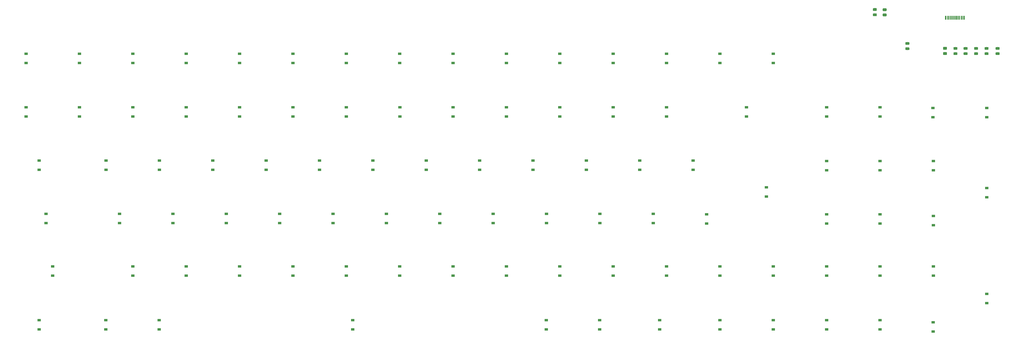
<source format=gbr>
G04 #@! TF.GenerationSoftware,KiCad,Pcbnew,(5.1.4)-1*
G04 #@! TF.CreationDate,2023-02-02T16:14:58+01:00*
G04 #@! TF.ProjectId,pcb,7063622e-6b69-4636-9164-5f7063625858,1.0*
G04 #@! TF.SameCoordinates,Original*
G04 #@! TF.FileFunction,Paste,Bot*
G04 #@! TF.FilePolarity,Positive*
%FSLAX46Y46*%
G04 Gerber Fmt 4.6, Leading zero omitted, Abs format (unit mm)*
G04 Created by KiCad (PCBNEW (5.1.4)-1) date 2023-02-02 16:14:58*
%MOMM*%
%LPD*%
G04 APERTURE LIST*
%ADD10R,1.200000X0.900000*%
%ADD11C,0.100000*%
%ADD12C,0.975000*%
%ADD13R,0.300000X1.450000*%
%ADD14R,0.600000X1.450000*%
G04 APERTURE END LIST*
D10*
X168338000Y-180212000D03*
X168338000Y-176912000D03*
X206438000Y-180212000D03*
X206438000Y-176912000D03*
X282638000Y-180212000D03*
X282638000Y-176912000D03*
X225488000Y-180212000D03*
X225488000Y-176912000D03*
X244538000Y-180212000D03*
X244538000Y-176912000D03*
X73088500Y-180212000D03*
X73088500Y-176912000D03*
X263588000Y-180212000D03*
X263588000Y-176912000D03*
X368236000Y-161416000D03*
X368236000Y-158116000D03*
X330264000Y-180339000D03*
X330264000Y-177039000D03*
X49212500Y-180212000D03*
X49212500Y-176912000D03*
X308800000Y-189737000D03*
X308800000Y-186437000D03*
X111188000Y-180212000D03*
X111188000Y-176912000D03*
X187388000Y-180212000D03*
X187388000Y-176912000D03*
X149288000Y-180212000D03*
X149288000Y-176912000D03*
X387414000Y-161416000D03*
X387414000Y-158116000D03*
X92138500Y-180212000D03*
X92138500Y-176912000D03*
X130238000Y-180212000D03*
X130238000Y-176912000D03*
X368300000Y-234760000D03*
X368300000Y-238060000D03*
X116014000Y-199262000D03*
X116014000Y-195962000D03*
X268414000Y-199262000D03*
X268414000Y-195962000D03*
X330264000Y-199389000D03*
X330264000Y-196089000D03*
X211264000Y-199262000D03*
X211264000Y-195962000D03*
X287464000Y-199389000D03*
X287464000Y-196089000D03*
X154114000Y-199262000D03*
X154114000Y-195962000D03*
X192214000Y-199262000D03*
X192214000Y-195962000D03*
X230314000Y-199262000D03*
X230314000Y-195962000D03*
X368364000Y-200024000D03*
X368364000Y-196724000D03*
X349314000Y-199389000D03*
X349314000Y-196089000D03*
X54038500Y-218058000D03*
X54038500Y-214758000D03*
X368364000Y-180339000D03*
X368364000Y-177039000D03*
X135064000Y-199262000D03*
X135064000Y-195962000D03*
X173164000Y-199262000D03*
X173164000Y-195962000D03*
X349314000Y-180339000D03*
X349314000Y-177039000D03*
X249364000Y-199262000D03*
X249364000Y-195962000D03*
X387414000Y-189991000D03*
X387414000Y-186691000D03*
X51625500Y-199262000D03*
X51625500Y-195962000D03*
X77914500Y-199262000D03*
X77914500Y-195962000D03*
X96964500Y-199262000D03*
X96964500Y-195962000D03*
D11*
G36*
X391767142Y-138183174D02*
G01*
X391790803Y-138186684D01*
X391814007Y-138192496D01*
X391836529Y-138200554D01*
X391858153Y-138210782D01*
X391878670Y-138223079D01*
X391897883Y-138237329D01*
X391915607Y-138253393D01*
X391931671Y-138271117D01*
X391945921Y-138290330D01*
X391958218Y-138310847D01*
X391968446Y-138332471D01*
X391976504Y-138354993D01*
X391982316Y-138378197D01*
X391985826Y-138401858D01*
X391987000Y-138425750D01*
X391987000Y-138913250D01*
X391985826Y-138937142D01*
X391982316Y-138960803D01*
X391976504Y-138984007D01*
X391968446Y-139006529D01*
X391958218Y-139028153D01*
X391945921Y-139048670D01*
X391931671Y-139067883D01*
X391915607Y-139085607D01*
X391897883Y-139101671D01*
X391878670Y-139115921D01*
X391858153Y-139128218D01*
X391836529Y-139138446D01*
X391814007Y-139146504D01*
X391790803Y-139152316D01*
X391767142Y-139155826D01*
X391743250Y-139157000D01*
X390830750Y-139157000D01*
X390806858Y-139155826D01*
X390783197Y-139152316D01*
X390759993Y-139146504D01*
X390737471Y-139138446D01*
X390715847Y-139128218D01*
X390695330Y-139115921D01*
X390676117Y-139101671D01*
X390658393Y-139085607D01*
X390642329Y-139067883D01*
X390628079Y-139048670D01*
X390615782Y-139028153D01*
X390605554Y-139006529D01*
X390597496Y-138984007D01*
X390591684Y-138960803D01*
X390588174Y-138937142D01*
X390587000Y-138913250D01*
X390587000Y-138425750D01*
X390588174Y-138401858D01*
X390591684Y-138378197D01*
X390597496Y-138354993D01*
X390605554Y-138332471D01*
X390615782Y-138310847D01*
X390628079Y-138290330D01*
X390642329Y-138271117D01*
X390658393Y-138253393D01*
X390676117Y-138237329D01*
X390695330Y-138223079D01*
X390715847Y-138210782D01*
X390737471Y-138200554D01*
X390759993Y-138192496D01*
X390783197Y-138186684D01*
X390806858Y-138183174D01*
X390830750Y-138182000D01*
X391743250Y-138182000D01*
X391767142Y-138183174D01*
X391767142Y-138183174D01*
G37*
D12*
X391287000Y-138669500D03*
D11*
G36*
X391767142Y-136308174D02*
G01*
X391790803Y-136311684D01*
X391814007Y-136317496D01*
X391836529Y-136325554D01*
X391858153Y-136335782D01*
X391878670Y-136348079D01*
X391897883Y-136362329D01*
X391915607Y-136378393D01*
X391931671Y-136396117D01*
X391945921Y-136415330D01*
X391958218Y-136435847D01*
X391968446Y-136457471D01*
X391976504Y-136479993D01*
X391982316Y-136503197D01*
X391985826Y-136526858D01*
X391987000Y-136550750D01*
X391987000Y-137038250D01*
X391985826Y-137062142D01*
X391982316Y-137085803D01*
X391976504Y-137109007D01*
X391968446Y-137131529D01*
X391958218Y-137153153D01*
X391945921Y-137173670D01*
X391931671Y-137192883D01*
X391915607Y-137210607D01*
X391897883Y-137226671D01*
X391878670Y-137240921D01*
X391858153Y-137253218D01*
X391836529Y-137263446D01*
X391814007Y-137271504D01*
X391790803Y-137277316D01*
X391767142Y-137280826D01*
X391743250Y-137282000D01*
X390830750Y-137282000D01*
X390806858Y-137280826D01*
X390783197Y-137277316D01*
X390759993Y-137271504D01*
X390737471Y-137263446D01*
X390715847Y-137253218D01*
X390695330Y-137240921D01*
X390676117Y-137226671D01*
X390658393Y-137210607D01*
X390642329Y-137192883D01*
X390628079Y-137173670D01*
X390615782Y-137153153D01*
X390605554Y-137131529D01*
X390597496Y-137109007D01*
X390591684Y-137085803D01*
X390588174Y-137062142D01*
X390587000Y-137038250D01*
X390587000Y-136550750D01*
X390588174Y-136526858D01*
X390591684Y-136503197D01*
X390597496Y-136479993D01*
X390605554Y-136457471D01*
X390615782Y-136435847D01*
X390628079Y-136415330D01*
X390642329Y-136396117D01*
X390658393Y-136378393D01*
X390676117Y-136362329D01*
X390695330Y-136348079D01*
X390715847Y-136335782D01*
X390737471Y-136325554D01*
X390759993Y-136317496D01*
X390783197Y-136311684D01*
X390806858Y-136308174D01*
X390830750Y-136307000D01*
X391743250Y-136307000D01*
X391767142Y-136308174D01*
X391767142Y-136308174D01*
G37*
D12*
X391287000Y-136794500D03*
D11*
G36*
X347952142Y-124291174D02*
G01*
X347975803Y-124294684D01*
X347999007Y-124300496D01*
X348021529Y-124308554D01*
X348043153Y-124318782D01*
X348063670Y-124331079D01*
X348082883Y-124345329D01*
X348100607Y-124361393D01*
X348116671Y-124379117D01*
X348130921Y-124398330D01*
X348143218Y-124418847D01*
X348153446Y-124440471D01*
X348161504Y-124462993D01*
X348167316Y-124486197D01*
X348170826Y-124509858D01*
X348172000Y-124533750D01*
X348172000Y-125021250D01*
X348170826Y-125045142D01*
X348167316Y-125068803D01*
X348161504Y-125092007D01*
X348153446Y-125114529D01*
X348143218Y-125136153D01*
X348130921Y-125156670D01*
X348116671Y-125175883D01*
X348100607Y-125193607D01*
X348082883Y-125209671D01*
X348063670Y-125223921D01*
X348043153Y-125236218D01*
X348021529Y-125246446D01*
X347999007Y-125254504D01*
X347975803Y-125260316D01*
X347952142Y-125263826D01*
X347928250Y-125265000D01*
X347015750Y-125265000D01*
X346991858Y-125263826D01*
X346968197Y-125260316D01*
X346944993Y-125254504D01*
X346922471Y-125246446D01*
X346900847Y-125236218D01*
X346880330Y-125223921D01*
X346861117Y-125209671D01*
X346843393Y-125193607D01*
X346827329Y-125175883D01*
X346813079Y-125156670D01*
X346800782Y-125136153D01*
X346790554Y-125114529D01*
X346782496Y-125092007D01*
X346776684Y-125068803D01*
X346773174Y-125045142D01*
X346772000Y-125021250D01*
X346772000Y-124533750D01*
X346773174Y-124509858D01*
X346776684Y-124486197D01*
X346782496Y-124462993D01*
X346790554Y-124440471D01*
X346800782Y-124418847D01*
X346813079Y-124398330D01*
X346827329Y-124379117D01*
X346843393Y-124361393D01*
X346861117Y-124345329D01*
X346880330Y-124331079D01*
X346900847Y-124318782D01*
X346922471Y-124308554D01*
X346944993Y-124300496D01*
X346968197Y-124294684D01*
X346991858Y-124291174D01*
X347015750Y-124290000D01*
X347928250Y-124290000D01*
X347952142Y-124291174D01*
X347952142Y-124291174D01*
G37*
D12*
X347472000Y-124777500D03*
D11*
G36*
X347952142Y-122416174D02*
G01*
X347975803Y-122419684D01*
X347999007Y-122425496D01*
X348021529Y-122433554D01*
X348043153Y-122443782D01*
X348063670Y-122456079D01*
X348082883Y-122470329D01*
X348100607Y-122486393D01*
X348116671Y-122504117D01*
X348130921Y-122523330D01*
X348143218Y-122543847D01*
X348153446Y-122565471D01*
X348161504Y-122587993D01*
X348167316Y-122611197D01*
X348170826Y-122634858D01*
X348172000Y-122658750D01*
X348172000Y-123146250D01*
X348170826Y-123170142D01*
X348167316Y-123193803D01*
X348161504Y-123217007D01*
X348153446Y-123239529D01*
X348143218Y-123261153D01*
X348130921Y-123281670D01*
X348116671Y-123300883D01*
X348100607Y-123318607D01*
X348082883Y-123334671D01*
X348063670Y-123348921D01*
X348043153Y-123361218D01*
X348021529Y-123371446D01*
X347999007Y-123379504D01*
X347975803Y-123385316D01*
X347952142Y-123388826D01*
X347928250Y-123390000D01*
X347015750Y-123390000D01*
X346991858Y-123388826D01*
X346968197Y-123385316D01*
X346944993Y-123379504D01*
X346922471Y-123371446D01*
X346900847Y-123361218D01*
X346880330Y-123348921D01*
X346861117Y-123334671D01*
X346843393Y-123318607D01*
X346827329Y-123300883D01*
X346813079Y-123281670D01*
X346800782Y-123261153D01*
X346790554Y-123239529D01*
X346782496Y-123217007D01*
X346776684Y-123193803D01*
X346773174Y-123170142D01*
X346772000Y-123146250D01*
X346772000Y-122658750D01*
X346773174Y-122634858D01*
X346776684Y-122611197D01*
X346782496Y-122587993D01*
X346790554Y-122565471D01*
X346800782Y-122543847D01*
X346813079Y-122523330D01*
X346827329Y-122504117D01*
X346843393Y-122486393D01*
X346861117Y-122470329D01*
X346880330Y-122456079D01*
X346900847Y-122443782D01*
X346922471Y-122433554D01*
X346944993Y-122425496D01*
X346968197Y-122419684D01*
X346991858Y-122416174D01*
X347015750Y-122415000D01*
X347928250Y-122415000D01*
X347952142Y-122416174D01*
X347952142Y-122416174D01*
G37*
D12*
X347472000Y-122902500D03*
D10*
X139764000Y-141985000D03*
X139764000Y-138685000D03*
X235014000Y-141985000D03*
X235014000Y-138685000D03*
X196914000Y-141985000D03*
X196914000Y-138685000D03*
D11*
G36*
X359572142Y-136419174D02*
G01*
X359595803Y-136422684D01*
X359619007Y-136428496D01*
X359641529Y-136436554D01*
X359663153Y-136446782D01*
X359683670Y-136459079D01*
X359702883Y-136473329D01*
X359720607Y-136489393D01*
X359736671Y-136507117D01*
X359750921Y-136526330D01*
X359763218Y-136546847D01*
X359773446Y-136568471D01*
X359781504Y-136590993D01*
X359787316Y-136614197D01*
X359790826Y-136637858D01*
X359792000Y-136661750D01*
X359792000Y-137149250D01*
X359790826Y-137173142D01*
X359787316Y-137196803D01*
X359781504Y-137220007D01*
X359773446Y-137242529D01*
X359763218Y-137264153D01*
X359750921Y-137284670D01*
X359736671Y-137303883D01*
X359720607Y-137321607D01*
X359702883Y-137337671D01*
X359683670Y-137351921D01*
X359663153Y-137364218D01*
X359641529Y-137374446D01*
X359619007Y-137382504D01*
X359595803Y-137388316D01*
X359572142Y-137391826D01*
X359548250Y-137393000D01*
X358635750Y-137393000D01*
X358611858Y-137391826D01*
X358588197Y-137388316D01*
X358564993Y-137382504D01*
X358542471Y-137374446D01*
X358520847Y-137364218D01*
X358500330Y-137351921D01*
X358481117Y-137337671D01*
X358463393Y-137321607D01*
X358447329Y-137303883D01*
X358433079Y-137284670D01*
X358420782Y-137264153D01*
X358410554Y-137242529D01*
X358402496Y-137220007D01*
X358396684Y-137196803D01*
X358393174Y-137173142D01*
X358392000Y-137149250D01*
X358392000Y-136661750D01*
X358393174Y-136637858D01*
X358396684Y-136614197D01*
X358402496Y-136590993D01*
X358410554Y-136568471D01*
X358420782Y-136546847D01*
X358433079Y-136526330D01*
X358447329Y-136507117D01*
X358463393Y-136489393D01*
X358481117Y-136473329D01*
X358500330Y-136459079D01*
X358520847Y-136446782D01*
X358542471Y-136436554D01*
X358564993Y-136428496D01*
X358588197Y-136422684D01*
X358611858Y-136419174D01*
X358635750Y-136418000D01*
X359548250Y-136418000D01*
X359572142Y-136419174D01*
X359572142Y-136419174D01*
G37*
D12*
X359092000Y-136905500D03*
D11*
G36*
X359572142Y-134544174D02*
G01*
X359595803Y-134547684D01*
X359619007Y-134553496D01*
X359641529Y-134561554D01*
X359663153Y-134571782D01*
X359683670Y-134584079D01*
X359702883Y-134598329D01*
X359720607Y-134614393D01*
X359736671Y-134632117D01*
X359750921Y-134651330D01*
X359763218Y-134671847D01*
X359773446Y-134693471D01*
X359781504Y-134715993D01*
X359787316Y-134739197D01*
X359790826Y-134762858D01*
X359792000Y-134786750D01*
X359792000Y-135274250D01*
X359790826Y-135298142D01*
X359787316Y-135321803D01*
X359781504Y-135345007D01*
X359773446Y-135367529D01*
X359763218Y-135389153D01*
X359750921Y-135409670D01*
X359736671Y-135428883D01*
X359720607Y-135446607D01*
X359702883Y-135462671D01*
X359683670Y-135476921D01*
X359663153Y-135489218D01*
X359641529Y-135499446D01*
X359619007Y-135507504D01*
X359595803Y-135513316D01*
X359572142Y-135516826D01*
X359548250Y-135518000D01*
X358635750Y-135518000D01*
X358611858Y-135516826D01*
X358588197Y-135513316D01*
X358564993Y-135507504D01*
X358542471Y-135499446D01*
X358520847Y-135489218D01*
X358500330Y-135476921D01*
X358481117Y-135462671D01*
X358463393Y-135446607D01*
X358447329Y-135428883D01*
X358433079Y-135409670D01*
X358420782Y-135389153D01*
X358410554Y-135367529D01*
X358402496Y-135345007D01*
X358396684Y-135321803D01*
X358393174Y-135298142D01*
X358392000Y-135274250D01*
X358392000Y-134786750D01*
X358393174Y-134762858D01*
X358396684Y-134739197D01*
X358402496Y-134715993D01*
X358410554Y-134693471D01*
X358420782Y-134671847D01*
X358433079Y-134651330D01*
X358447329Y-134632117D01*
X358463393Y-134614393D01*
X358481117Y-134598329D01*
X358500330Y-134584079D01*
X358520847Y-134571782D01*
X358542471Y-134561554D01*
X358564993Y-134553496D01*
X358588197Y-134547684D01*
X358611858Y-134544174D01*
X358635750Y-134543000D01*
X359548250Y-134543000D01*
X359572142Y-134544174D01*
X359572142Y-134544174D01*
G37*
D12*
X359092000Y-135030500D03*
D10*
X82613500Y-141985000D03*
X82613500Y-138685000D03*
X120714000Y-141985000D03*
X120714000Y-138685000D03*
X63563500Y-141986000D03*
X63563500Y-138686000D03*
D11*
G36*
X380337142Y-138183174D02*
G01*
X380360803Y-138186684D01*
X380384007Y-138192496D01*
X380406529Y-138200554D01*
X380428153Y-138210782D01*
X380448670Y-138223079D01*
X380467883Y-138237329D01*
X380485607Y-138253393D01*
X380501671Y-138271117D01*
X380515921Y-138290330D01*
X380528218Y-138310847D01*
X380538446Y-138332471D01*
X380546504Y-138354993D01*
X380552316Y-138378197D01*
X380555826Y-138401858D01*
X380557000Y-138425750D01*
X380557000Y-138913250D01*
X380555826Y-138937142D01*
X380552316Y-138960803D01*
X380546504Y-138984007D01*
X380538446Y-139006529D01*
X380528218Y-139028153D01*
X380515921Y-139048670D01*
X380501671Y-139067883D01*
X380485607Y-139085607D01*
X380467883Y-139101671D01*
X380448670Y-139115921D01*
X380428153Y-139128218D01*
X380406529Y-139138446D01*
X380384007Y-139146504D01*
X380360803Y-139152316D01*
X380337142Y-139155826D01*
X380313250Y-139157000D01*
X379400750Y-139157000D01*
X379376858Y-139155826D01*
X379353197Y-139152316D01*
X379329993Y-139146504D01*
X379307471Y-139138446D01*
X379285847Y-139128218D01*
X379265330Y-139115921D01*
X379246117Y-139101671D01*
X379228393Y-139085607D01*
X379212329Y-139067883D01*
X379198079Y-139048670D01*
X379185782Y-139028153D01*
X379175554Y-139006529D01*
X379167496Y-138984007D01*
X379161684Y-138960803D01*
X379158174Y-138937142D01*
X379157000Y-138913250D01*
X379157000Y-138425750D01*
X379158174Y-138401858D01*
X379161684Y-138378197D01*
X379167496Y-138354993D01*
X379175554Y-138332471D01*
X379185782Y-138310847D01*
X379198079Y-138290330D01*
X379212329Y-138271117D01*
X379228393Y-138253393D01*
X379246117Y-138237329D01*
X379265330Y-138223079D01*
X379285847Y-138210782D01*
X379307471Y-138200554D01*
X379329993Y-138192496D01*
X379353197Y-138186684D01*
X379376858Y-138183174D01*
X379400750Y-138182000D01*
X380313250Y-138182000D01*
X380337142Y-138183174D01*
X380337142Y-138183174D01*
G37*
D12*
X379857000Y-138669500D03*
D11*
G36*
X380337142Y-136308174D02*
G01*
X380360803Y-136311684D01*
X380384007Y-136317496D01*
X380406529Y-136325554D01*
X380428153Y-136335782D01*
X380448670Y-136348079D01*
X380467883Y-136362329D01*
X380485607Y-136378393D01*
X380501671Y-136396117D01*
X380515921Y-136415330D01*
X380528218Y-136435847D01*
X380538446Y-136457471D01*
X380546504Y-136479993D01*
X380552316Y-136503197D01*
X380555826Y-136526858D01*
X380557000Y-136550750D01*
X380557000Y-137038250D01*
X380555826Y-137062142D01*
X380552316Y-137085803D01*
X380546504Y-137109007D01*
X380538446Y-137131529D01*
X380528218Y-137153153D01*
X380515921Y-137173670D01*
X380501671Y-137192883D01*
X380485607Y-137210607D01*
X380467883Y-137226671D01*
X380448670Y-137240921D01*
X380428153Y-137253218D01*
X380406529Y-137263446D01*
X380384007Y-137271504D01*
X380360803Y-137277316D01*
X380337142Y-137280826D01*
X380313250Y-137282000D01*
X379400750Y-137282000D01*
X379376858Y-137280826D01*
X379353197Y-137277316D01*
X379329993Y-137271504D01*
X379307471Y-137263446D01*
X379285847Y-137253218D01*
X379265330Y-137240921D01*
X379246117Y-137226671D01*
X379228393Y-137210607D01*
X379212329Y-137192883D01*
X379198079Y-137173670D01*
X379185782Y-137153153D01*
X379175554Y-137131529D01*
X379167496Y-137109007D01*
X379161684Y-137085803D01*
X379158174Y-137062142D01*
X379157000Y-137038250D01*
X379157000Y-136550750D01*
X379158174Y-136526858D01*
X379161684Y-136503197D01*
X379167496Y-136479993D01*
X379175554Y-136457471D01*
X379185782Y-136435847D01*
X379198079Y-136415330D01*
X379212329Y-136396117D01*
X379228393Y-136378393D01*
X379246117Y-136362329D01*
X379265330Y-136348079D01*
X379285847Y-136335782D01*
X379307471Y-136325554D01*
X379329993Y-136317496D01*
X379353197Y-136311684D01*
X379376858Y-136308174D01*
X379400750Y-136307000D01*
X380313250Y-136307000D01*
X380337142Y-136308174D01*
X380337142Y-136308174D01*
G37*
D12*
X379857000Y-136794500D03*
D10*
X158814000Y-141985000D03*
X158814000Y-138685000D03*
X292164000Y-141985000D03*
X292164000Y-138685000D03*
D11*
G36*
X351444142Y-124339174D02*
G01*
X351467803Y-124342684D01*
X351491007Y-124348496D01*
X351513529Y-124356554D01*
X351535153Y-124366782D01*
X351555670Y-124379079D01*
X351574883Y-124393329D01*
X351592607Y-124409393D01*
X351608671Y-124427117D01*
X351622921Y-124446330D01*
X351635218Y-124466847D01*
X351645446Y-124488471D01*
X351653504Y-124510993D01*
X351659316Y-124534197D01*
X351662826Y-124557858D01*
X351664000Y-124581750D01*
X351664000Y-125069250D01*
X351662826Y-125093142D01*
X351659316Y-125116803D01*
X351653504Y-125140007D01*
X351645446Y-125162529D01*
X351635218Y-125184153D01*
X351622921Y-125204670D01*
X351608671Y-125223883D01*
X351592607Y-125241607D01*
X351574883Y-125257671D01*
X351555670Y-125271921D01*
X351535153Y-125284218D01*
X351513529Y-125294446D01*
X351491007Y-125302504D01*
X351467803Y-125308316D01*
X351444142Y-125311826D01*
X351420250Y-125313000D01*
X350507750Y-125313000D01*
X350483858Y-125311826D01*
X350460197Y-125308316D01*
X350436993Y-125302504D01*
X350414471Y-125294446D01*
X350392847Y-125284218D01*
X350372330Y-125271921D01*
X350353117Y-125257671D01*
X350335393Y-125241607D01*
X350319329Y-125223883D01*
X350305079Y-125204670D01*
X350292782Y-125184153D01*
X350282554Y-125162529D01*
X350274496Y-125140007D01*
X350268684Y-125116803D01*
X350265174Y-125093142D01*
X350264000Y-125069250D01*
X350264000Y-124581750D01*
X350265174Y-124557858D01*
X350268684Y-124534197D01*
X350274496Y-124510993D01*
X350282554Y-124488471D01*
X350292782Y-124466847D01*
X350305079Y-124446330D01*
X350319329Y-124427117D01*
X350335393Y-124409393D01*
X350353117Y-124393329D01*
X350372330Y-124379079D01*
X350392847Y-124366782D01*
X350414471Y-124356554D01*
X350436993Y-124348496D01*
X350460197Y-124342684D01*
X350483858Y-124339174D01*
X350507750Y-124338000D01*
X351420250Y-124338000D01*
X351444142Y-124339174D01*
X351444142Y-124339174D01*
G37*
D12*
X350964000Y-124825500D03*
D11*
G36*
X351444142Y-122464174D02*
G01*
X351467803Y-122467684D01*
X351491007Y-122473496D01*
X351513529Y-122481554D01*
X351535153Y-122491782D01*
X351555670Y-122504079D01*
X351574883Y-122518329D01*
X351592607Y-122534393D01*
X351608671Y-122552117D01*
X351622921Y-122571330D01*
X351635218Y-122591847D01*
X351645446Y-122613471D01*
X351653504Y-122635993D01*
X351659316Y-122659197D01*
X351662826Y-122682858D01*
X351664000Y-122706750D01*
X351664000Y-123194250D01*
X351662826Y-123218142D01*
X351659316Y-123241803D01*
X351653504Y-123265007D01*
X351645446Y-123287529D01*
X351635218Y-123309153D01*
X351622921Y-123329670D01*
X351608671Y-123348883D01*
X351592607Y-123366607D01*
X351574883Y-123382671D01*
X351555670Y-123396921D01*
X351535153Y-123409218D01*
X351513529Y-123419446D01*
X351491007Y-123427504D01*
X351467803Y-123433316D01*
X351444142Y-123436826D01*
X351420250Y-123438000D01*
X350507750Y-123438000D01*
X350483858Y-123436826D01*
X350460197Y-123433316D01*
X350436993Y-123427504D01*
X350414471Y-123419446D01*
X350392847Y-123409218D01*
X350372330Y-123396921D01*
X350353117Y-123382671D01*
X350335393Y-123366607D01*
X350319329Y-123348883D01*
X350305079Y-123329670D01*
X350292782Y-123309153D01*
X350282554Y-123287529D01*
X350274496Y-123265007D01*
X350268684Y-123241803D01*
X350265174Y-123218142D01*
X350264000Y-123194250D01*
X350264000Y-122706750D01*
X350265174Y-122682858D01*
X350268684Y-122659197D01*
X350274496Y-122635993D01*
X350282554Y-122613471D01*
X350292782Y-122591847D01*
X350305079Y-122571330D01*
X350319329Y-122552117D01*
X350335393Y-122534393D01*
X350353117Y-122518329D01*
X350372330Y-122504079D01*
X350392847Y-122491782D01*
X350414471Y-122481554D01*
X350436993Y-122473496D01*
X350460197Y-122467684D01*
X350483858Y-122464174D01*
X350507750Y-122463000D01*
X351420250Y-122463000D01*
X351444142Y-122464174D01*
X351444142Y-122464174D01*
G37*
D12*
X350964000Y-122950500D03*
D10*
X215964000Y-141985000D03*
X215964000Y-138685000D03*
X44513500Y-138685000D03*
X44513500Y-141985000D03*
D11*
G36*
X387830142Y-138183174D02*
G01*
X387853803Y-138186684D01*
X387877007Y-138192496D01*
X387899529Y-138200554D01*
X387921153Y-138210782D01*
X387941670Y-138223079D01*
X387960883Y-138237329D01*
X387978607Y-138253393D01*
X387994671Y-138271117D01*
X388008921Y-138290330D01*
X388021218Y-138310847D01*
X388031446Y-138332471D01*
X388039504Y-138354993D01*
X388045316Y-138378197D01*
X388048826Y-138401858D01*
X388050000Y-138425750D01*
X388050000Y-138913250D01*
X388048826Y-138937142D01*
X388045316Y-138960803D01*
X388039504Y-138984007D01*
X388031446Y-139006529D01*
X388021218Y-139028153D01*
X388008921Y-139048670D01*
X387994671Y-139067883D01*
X387978607Y-139085607D01*
X387960883Y-139101671D01*
X387941670Y-139115921D01*
X387921153Y-139128218D01*
X387899529Y-139138446D01*
X387877007Y-139146504D01*
X387853803Y-139152316D01*
X387830142Y-139155826D01*
X387806250Y-139157000D01*
X386893750Y-139157000D01*
X386869858Y-139155826D01*
X386846197Y-139152316D01*
X386822993Y-139146504D01*
X386800471Y-139138446D01*
X386778847Y-139128218D01*
X386758330Y-139115921D01*
X386739117Y-139101671D01*
X386721393Y-139085607D01*
X386705329Y-139067883D01*
X386691079Y-139048670D01*
X386678782Y-139028153D01*
X386668554Y-139006529D01*
X386660496Y-138984007D01*
X386654684Y-138960803D01*
X386651174Y-138937142D01*
X386650000Y-138913250D01*
X386650000Y-138425750D01*
X386651174Y-138401858D01*
X386654684Y-138378197D01*
X386660496Y-138354993D01*
X386668554Y-138332471D01*
X386678782Y-138310847D01*
X386691079Y-138290330D01*
X386705329Y-138271117D01*
X386721393Y-138253393D01*
X386739117Y-138237329D01*
X386758330Y-138223079D01*
X386778847Y-138210782D01*
X386800471Y-138200554D01*
X386822993Y-138192496D01*
X386846197Y-138186684D01*
X386869858Y-138183174D01*
X386893750Y-138182000D01*
X387806250Y-138182000D01*
X387830142Y-138183174D01*
X387830142Y-138183174D01*
G37*
D12*
X387350000Y-138669500D03*
D11*
G36*
X387830142Y-136308174D02*
G01*
X387853803Y-136311684D01*
X387877007Y-136317496D01*
X387899529Y-136325554D01*
X387921153Y-136335782D01*
X387941670Y-136348079D01*
X387960883Y-136362329D01*
X387978607Y-136378393D01*
X387994671Y-136396117D01*
X388008921Y-136415330D01*
X388021218Y-136435847D01*
X388031446Y-136457471D01*
X388039504Y-136479993D01*
X388045316Y-136503197D01*
X388048826Y-136526858D01*
X388050000Y-136550750D01*
X388050000Y-137038250D01*
X388048826Y-137062142D01*
X388045316Y-137085803D01*
X388039504Y-137109007D01*
X388031446Y-137131529D01*
X388021218Y-137153153D01*
X388008921Y-137173670D01*
X387994671Y-137192883D01*
X387978607Y-137210607D01*
X387960883Y-137226671D01*
X387941670Y-137240921D01*
X387921153Y-137253218D01*
X387899529Y-137263446D01*
X387877007Y-137271504D01*
X387853803Y-137277316D01*
X387830142Y-137280826D01*
X387806250Y-137282000D01*
X386893750Y-137282000D01*
X386869858Y-137280826D01*
X386846197Y-137277316D01*
X386822993Y-137271504D01*
X386800471Y-137263446D01*
X386778847Y-137253218D01*
X386758330Y-137240921D01*
X386739117Y-137226671D01*
X386721393Y-137210607D01*
X386705329Y-137192883D01*
X386691079Y-137173670D01*
X386678782Y-137153153D01*
X386668554Y-137131529D01*
X386660496Y-137109007D01*
X386654684Y-137085803D01*
X386651174Y-137062142D01*
X386650000Y-137038250D01*
X386650000Y-136550750D01*
X386651174Y-136526858D01*
X386654684Y-136503197D01*
X386660496Y-136479993D01*
X386668554Y-136457471D01*
X386678782Y-136435847D01*
X386691079Y-136415330D01*
X386705329Y-136396117D01*
X386721393Y-136378393D01*
X386739117Y-136362329D01*
X386758330Y-136348079D01*
X386778847Y-136335782D01*
X386800471Y-136325554D01*
X386822993Y-136317496D01*
X386846197Y-136311684D01*
X386869858Y-136308174D01*
X386893750Y-136307000D01*
X387806250Y-136307000D01*
X387830142Y-136308174D01*
X387830142Y-136308174D01*
G37*
D12*
X387350000Y-136794500D03*
D11*
G36*
X376718142Y-138183174D02*
G01*
X376741803Y-138186684D01*
X376765007Y-138192496D01*
X376787529Y-138200554D01*
X376809153Y-138210782D01*
X376829670Y-138223079D01*
X376848883Y-138237329D01*
X376866607Y-138253393D01*
X376882671Y-138271117D01*
X376896921Y-138290330D01*
X376909218Y-138310847D01*
X376919446Y-138332471D01*
X376927504Y-138354993D01*
X376933316Y-138378197D01*
X376936826Y-138401858D01*
X376938000Y-138425750D01*
X376938000Y-138913250D01*
X376936826Y-138937142D01*
X376933316Y-138960803D01*
X376927504Y-138984007D01*
X376919446Y-139006529D01*
X376909218Y-139028153D01*
X376896921Y-139048670D01*
X376882671Y-139067883D01*
X376866607Y-139085607D01*
X376848883Y-139101671D01*
X376829670Y-139115921D01*
X376809153Y-139128218D01*
X376787529Y-139138446D01*
X376765007Y-139146504D01*
X376741803Y-139152316D01*
X376718142Y-139155826D01*
X376694250Y-139157000D01*
X375781750Y-139157000D01*
X375757858Y-139155826D01*
X375734197Y-139152316D01*
X375710993Y-139146504D01*
X375688471Y-139138446D01*
X375666847Y-139128218D01*
X375646330Y-139115921D01*
X375627117Y-139101671D01*
X375609393Y-139085607D01*
X375593329Y-139067883D01*
X375579079Y-139048670D01*
X375566782Y-139028153D01*
X375556554Y-139006529D01*
X375548496Y-138984007D01*
X375542684Y-138960803D01*
X375539174Y-138937142D01*
X375538000Y-138913250D01*
X375538000Y-138425750D01*
X375539174Y-138401858D01*
X375542684Y-138378197D01*
X375548496Y-138354993D01*
X375556554Y-138332471D01*
X375566782Y-138310847D01*
X375579079Y-138290330D01*
X375593329Y-138271117D01*
X375609393Y-138253393D01*
X375627117Y-138237329D01*
X375646330Y-138223079D01*
X375666847Y-138210782D01*
X375688471Y-138200554D01*
X375710993Y-138192496D01*
X375734197Y-138186684D01*
X375757858Y-138183174D01*
X375781750Y-138182000D01*
X376694250Y-138182000D01*
X376718142Y-138183174D01*
X376718142Y-138183174D01*
G37*
D12*
X376238000Y-138669500D03*
D11*
G36*
X376718142Y-136308174D02*
G01*
X376741803Y-136311684D01*
X376765007Y-136317496D01*
X376787529Y-136325554D01*
X376809153Y-136335782D01*
X376829670Y-136348079D01*
X376848883Y-136362329D01*
X376866607Y-136378393D01*
X376882671Y-136396117D01*
X376896921Y-136415330D01*
X376909218Y-136435847D01*
X376919446Y-136457471D01*
X376927504Y-136479993D01*
X376933316Y-136503197D01*
X376936826Y-136526858D01*
X376938000Y-136550750D01*
X376938000Y-137038250D01*
X376936826Y-137062142D01*
X376933316Y-137085803D01*
X376927504Y-137109007D01*
X376919446Y-137131529D01*
X376909218Y-137153153D01*
X376896921Y-137173670D01*
X376882671Y-137192883D01*
X376866607Y-137210607D01*
X376848883Y-137226671D01*
X376829670Y-137240921D01*
X376809153Y-137253218D01*
X376787529Y-137263446D01*
X376765007Y-137271504D01*
X376741803Y-137277316D01*
X376718142Y-137280826D01*
X376694250Y-137282000D01*
X375781750Y-137282000D01*
X375757858Y-137280826D01*
X375734197Y-137277316D01*
X375710993Y-137271504D01*
X375688471Y-137263446D01*
X375666847Y-137253218D01*
X375646330Y-137240921D01*
X375627117Y-137226671D01*
X375609393Y-137210607D01*
X375593329Y-137192883D01*
X375579079Y-137173670D01*
X375566782Y-137153153D01*
X375556554Y-137131529D01*
X375548496Y-137109007D01*
X375542684Y-137085803D01*
X375539174Y-137062142D01*
X375538000Y-137038250D01*
X375538000Y-136550750D01*
X375539174Y-136526858D01*
X375542684Y-136503197D01*
X375548496Y-136479993D01*
X375556554Y-136457471D01*
X375566782Y-136435847D01*
X375579079Y-136415330D01*
X375593329Y-136396117D01*
X375609393Y-136378393D01*
X375627117Y-136362329D01*
X375646330Y-136348079D01*
X375666847Y-136335782D01*
X375688471Y-136325554D01*
X375710993Y-136317496D01*
X375734197Y-136311684D01*
X375757858Y-136308174D01*
X375781750Y-136307000D01*
X376694250Y-136307000D01*
X376718142Y-136308174D01*
X376718142Y-136308174D01*
G37*
D12*
X376238000Y-136794500D03*
D10*
X101664000Y-141985000D03*
X101664000Y-138685000D03*
X254064000Y-141985000D03*
X254064000Y-138685000D03*
X311214000Y-141985000D03*
X311214000Y-138685000D03*
D11*
G36*
X384084142Y-138183174D02*
G01*
X384107803Y-138186684D01*
X384131007Y-138192496D01*
X384153529Y-138200554D01*
X384175153Y-138210782D01*
X384195670Y-138223079D01*
X384214883Y-138237329D01*
X384232607Y-138253393D01*
X384248671Y-138271117D01*
X384262921Y-138290330D01*
X384275218Y-138310847D01*
X384285446Y-138332471D01*
X384293504Y-138354993D01*
X384299316Y-138378197D01*
X384302826Y-138401858D01*
X384304000Y-138425750D01*
X384304000Y-138913250D01*
X384302826Y-138937142D01*
X384299316Y-138960803D01*
X384293504Y-138984007D01*
X384285446Y-139006529D01*
X384275218Y-139028153D01*
X384262921Y-139048670D01*
X384248671Y-139067883D01*
X384232607Y-139085607D01*
X384214883Y-139101671D01*
X384195670Y-139115921D01*
X384175153Y-139128218D01*
X384153529Y-139138446D01*
X384131007Y-139146504D01*
X384107803Y-139152316D01*
X384084142Y-139155826D01*
X384060250Y-139157000D01*
X383147750Y-139157000D01*
X383123858Y-139155826D01*
X383100197Y-139152316D01*
X383076993Y-139146504D01*
X383054471Y-139138446D01*
X383032847Y-139128218D01*
X383012330Y-139115921D01*
X382993117Y-139101671D01*
X382975393Y-139085607D01*
X382959329Y-139067883D01*
X382945079Y-139048670D01*
X382932782Y-139028153D01*
X382922554Y-139006529D01*
X382914496Y-138984007D01*
X382908684Y-138960803D01*
X382905174Y-138937142D01*
X382904000Y-138913250D01*
X382904000Y-138425750D01*
X382905174Y-138401858D01*
X382908684Y-138378197D01*
X382914496Y-138354993D01*
X382922554Y-138332471D01*
X382932782Y-138310847D01*
X382945079Y-138290330D01*
X382959329Y-138271117D01*
X382975393Y-138253393D01*
X382993117Y-138237329D01*
X383012330Y-138223079D01*
X383032847Y-138210782D01*
X383054471Y-138200554D01*
X383076993Y-138192496D01*
X383100197Y-138186684D01*
X383123858Y-138183174D01*
X383147750Y-138182000D01*
X384060250Y-138182000D01*
X384084142Y-138183174D01*
X384084142Y-138183174D01*
G37*
D12*
X383604000Y-138669500D03*
D11*
G36*
X384084142Y-136308174D02*
G01*
X384107803Y-136311684D01*
X384131007Y-136317496D01*
X384153529Y-136325554D01*
X384175153Y-136335782D01*
X384195670Y-136348079D01*
X384214883Y-136362329D01*
X384232607Y-136378393D01*
X384248671Y-136396117D01*
X384262921Y-136415330D01*
X384275218Y-136435847D01*
X384285446Y-136457471D01*
X384293504Y-136479993D01*
X384299316Y-136503197D01*
X384302826Y-136526858D01*
X384304000Y-136550750D01*
X384304000Y-137038250D01*
X384302826Y-137062142D01*
X384299316Y-137085803D01*
X384293504Y-137109007D01*
X384285446Y-137131529D01*
X384275218Y-137153153D01*
X384262921Y-137173670D01*
X384248671Y-137192883D01*
X384232607Y-137210607D01*
X384214883Y-137226671D01*
X384195670Y-137240921D01*
X384175153Y-137253218D01*
X384153529Y-137263446D01*
X384131007Y-137271504D01*
X384107803Y-137277316D01*
X384084142Y-137280826D01*
X384060250Y-137282000D01*
X383147750Y-137282000D01*
X383123858Y-137280826D01*
X383100197Y-137277316D01*
X383076993Y-137271504D01*
X383054471Y-137263446D01*
X383032847Y-137253218D01*
X383012330Y-137240921D01*
X382993117Y-137226671D01*
X382975393Y-137210607D01*
X382959329Y-137192883D01*
X382945079Y-137173670D01*
X382932782Y-137153153D01*
X382922554Y-137131529D01*
X382914496Y-137109007D01*
X382908684Y-137085803D01*
X382905174Y-137062142D01*
X382904000Y-137038250D01*
X382904000Y-136550750D01*
X382905174Y-136526858D01*
X382908684Y-136503197D01*
X382914496Y-136479993D01*
X382922554Y-136457471D01*
X382932782Y-136435847D01*
X382945079Y-136415330D01*
X382959329Y-136396117D01*
X382975393Y-136378393D01*
X382993117Y-136362329D01*
X383012330Y-136348079D01*
X383032847Y-136335782D01*
X383054471Y-136325554D01*
X383076993Y-136317496D01*
X383100197Y-136311684D01*
X383123858Y-136308174D01*
X383147750Y-136307000D01*
X384060250Y-136307000D01*
X384084142Y-136308174D01*
X384084142Y-136308174D01*
G37*
D12*
X383604000Y-136794500D03*
D10*
X177864000Y-141985000D03*
X177864000Y-138685000D03*
X273114000Y-141985000D03*
X273114000Y-138685000D03*
X139764000Y-161162000D03*
X139764000Y-157862000D03*
X196914000Y-161162000D03*
X196914000Y-157862000D03*
X254064000Y-161162000D03*
X254064000Y-157862000D03*
X330264000Y-161162000D03*
X330264000Y-157862000D03*
X349314000Y-161162000D03*
X349314000Y-157862000D03*
X82613500Y-161162000D03*
X82613500Y-157862000D03*
X235014000Y-161162000D03*
X235014000Y-157862000D03*
X273114000Y-161162000D03*
X273114000Y-157862000D03*
X215964000Y-161162000D03*
X215964000Y-157862000D03*
X101664000Y-161162000D03*
X101664000Y-157862000D03*
X120714000Y-161162000D03*
X120714000Y-157862000D03*
X158814000Y-161162000D03*
X158814000Y-157862000D03*
X301688000Y-161162000D03*
X301688000Y-157862000D03*
X177990000Y-161162000D03*
X177990000Y-157862000D03*
X44513500Y-161163000D03*
X44513500Y-157863000D03*
X63563500Y-161163000D03*
X63563500Y-157863000D03*
X292164000Y-237235000D03*
X292164000Y-233935000D03*
X330264000Y-237235000D03*
X330264000Y-233935000D03*
X311214000Y-237235000D03*
X311214000Y-233935000D03*
X249238000Y-237235000D03*
X249238000Y-233935000D03*
X161100000Y-237235000D03*
X161100000Y-233935000D03*
X230188000Y-237235000D03*
X230188000Y-233935000D03*
X270700000Y-237235000D03*
X270700000Y-233935000D03*
X139764000Y-218058000D03*
X139764000Y-214758000D03*
X273114000Y-218058000D03*
X273114000Y-214758000D03*
X254064000Y-218058000D03*
X254064000Y-214758000D03*
X82613500Y-218058000D03*
X82613500Y-214758000D03*
X101664000Y-218058000D03*
X101664000Y-214758000D03*
X120714000Y-218058000D03*
X120714000Y-214758000D03*
X215964000Y-218058000D03*
X215964000Y-214758000D03*
X177864000Y-218058000D03*
X177864000Y-214758000D03*
X235014000Y-218058000D03*
X235014000Y-214758000D03*
X196914000Y-218058000D03*
X196914000Y-214758000D03*
X158814000Y-218058000D03*
X158814000Y-214758000D03*
X311214000Y-218058000D03*
X311214000Y-214758000D03*
X49212500Y-237235000D03*
X49212500Y-233935000D03*
X368364000Y-218058000D03*
X368364000Y-214758000D03*
X349314000Y-218058000D03*
X349314000Y-214758000D03*
X387414000Y-227837000D03*
X387414000Y-224537000D03*
X292164000Y-218059000D03*
X292164000Y-214759000D03*
X330264000Y-218058000D03*
X330264000Y-214758000D03*
X72961500Y-237235000D03*
X72961500Y-233935000D03*
X92011500Y-237235000D03*
X92011500Y-233935000D03*
D13*
X375797000Y-125857000D03*
X377797000Y-125857000D03*
X377297000Y-125857000D03*
X376797000Y-125857000D03*
X376297000Y-125857000D03*
X375297000Y-125857000D03*
X374797000Y-125857000D03*
X374297000Y-125857000D03*
D14*
X379297000Y-125857000D03*
X378497000Y-125857000D03*
X373597000Y-125857000D03*
X372797000Y-125857000D03*
X372797000Y-125857000D03*
X373597000Y-125857000D03*
X378497000Y-125857000D03*
X379297000Y-125857000D03*
D10*
X349314000Y-237236000D03*
X349314000Y-233936000D03*
D11*
G36*
X372996142Y-136272174D02*
G01*
X373019803Y-136275684D01*
X373043007Y-136281496D01*
X373065529Y-136289554D01*
X373087153Y-136299782D01*
X373107670Y-136312079D01*
X373126883Y-136326329D01*
X373144607Y-136342393D01*
X373160671Y-136360117D01*
X373174921Y-136379330D01*
X373187218Y-136399847D01*
X373197446Y-136421471D01*
X373205504Y-136443993D01*
X373211316Y-136467197D01*
X373214826Y-136490858D01*
X373216000Y-136514750D01*
X373216000Y-137002250D01*
X373214826Y-137026142D01*
X373211316Y-137049803D01*
X373205504Y-137073007D01*
X373197446Y-137095529D01*
X373187218Y-137117153D01*
X373174921Y-137137670D01*
X373160671Y-137156883D01*
X373144607Y-137174607D01*
X373126883Y-137190671D01*
X373107670Y-137204921D01*
X373087153Y-137217218D01*
X373065529Y-137227446D01*
X373043007Y-137235504D01*
X373019803Y-137241316D01*
X372996142Y-137244826D01*
X372972250Y-137246000D01*
X372059750Y-137246000D01*
X372035858Y-137244826D01*
X372012197Y-137241316D01*
X371988993Y-137235504D01*
X371966471Y-137227446D01*
X371944847Y-137217218D01*
X371924330Y-137204921D01*
X371905117Y-137190671D01*
X371887393Y-137174607D01*
X371871329Y-137156883D01*
X371857079Y-137137670D01*
X371844782Y-137117153D01*
X371834554Y-137095529D01*
X371826496Y-137073007D01*
X371820684Y-137049803D01*
X371817174Y-137026142D01*
X371816000Y-137002250D01*
X371816000Y-136514750D01*
X371817174Y-136490858D01*
X371820684Y-136467197D01*
X371826496Y-136443993D01*
X371834554Y-136421471D01*
X371844782Y-136399847D01*
X371857079Y-136379330D01*
X371871329Y-136360117D01*
X371887393Y-136342393D01*
X371905117Y-136326329D01*
X371924330Y-136312079D01*
X371944847Y-136299782D01*
X371966471Y-136289554D01*
X371988993Y-136281496D01*
X372012197Y-136275684D01*
X372035858Y-136272174D01*
X372059750Y-136271000D01*
X372972250Y-136271000D01*
X372996142Y-136272174D01*
X372996142Y-136272174D01*
G37*
D12*
X372516000Y-136758500D03*
D11*
G36*
X372996142Y-138147174D02*
G01*
X373019803Y-138150684D01*
X373043007Y-138156496D01*
X373065529Y-138164554D01*
X373087153Y-138174782D01*
X373107670Y-138187079D01*
X373126883Y-138201329D01*
X373144607Y-138217393D01*
X373160671Y-138235117D01*
X373174921Y-138254330D01*
X373187218Y-138274847D01*
X373197446Y-138296471D01*
X373205504Y-138318993D01*
X373211316Y-138342197D01*
X373214826Y-138365858D01*
X373216000Y-138389750D01*
X373216000Y-138877250D01*
X373214826Y-138901142D01*
X373211316Y-138924803D01*
X373205504Y-138948007D01*
X373197446Y-138970529D01*
X373187218Y-138992153D01*
X373174921Y-139012670D01*
X373160671Y-139031883D01*
X373144607Y-139049607D01*
X373126883Y-139065671D01*
X373107670Y-139079921D01*
X373087153Y-139092218D01*
X373065529Y-139102446D01*
X373043007Y-139110504D01*
X373019803Y-139116316D01*
X372996142Y-139119826D01*
X372972250Y-139121000D01*
X372059750Y-139121000D01*
X372035858Y-139119826D01*
X372012197Y-139116316D01*
X371988993Y-139110504D01*
X371966471Y-139102446D01*
X371944847Y-139092218D01*
X371924330Y-139079921D01*
X371905117Y-139065671D01*
X371887393Y-139049607D01*
X371871329Y-139031883D01*
X371857079Y-139012670D01*
X371844782Y-138992153D01*
X371834554Y-138970529D01*
X371826496Y-138948007D01*
X371820684Y-138924803D01*
X371817174Y-138901142D01*
X371816000Y-138877250D01*
X371816000Y-138389750D01*
X371817174Y-138365858D01*
X371820684Y-138342197D01*
X371826496Y-138318993D01*
X371834554Y-138296471D01*
X371844782Y-138274847D01*
X371857079Y-138254330D01*
X371871329Y-138235117D01*
X371887393Y-138217393D01*
X371905117Y-138201329D01*
X371924330Y-138187079D01*
X371944847Y-138174782D01*
X371966471Y-138164554D01*
X371988993Y-138156496D01*
X372012197Y-138150684D01*
X372035858Y-138147174D01*
X372059750Y-138146000D01*
X372972250Y-138146000D01*
X372996142Y-138147174D01*
X372996142Y-138147174D01*
G37*
D12*
X372516000Y-138633500D03*
M02*

</source>
